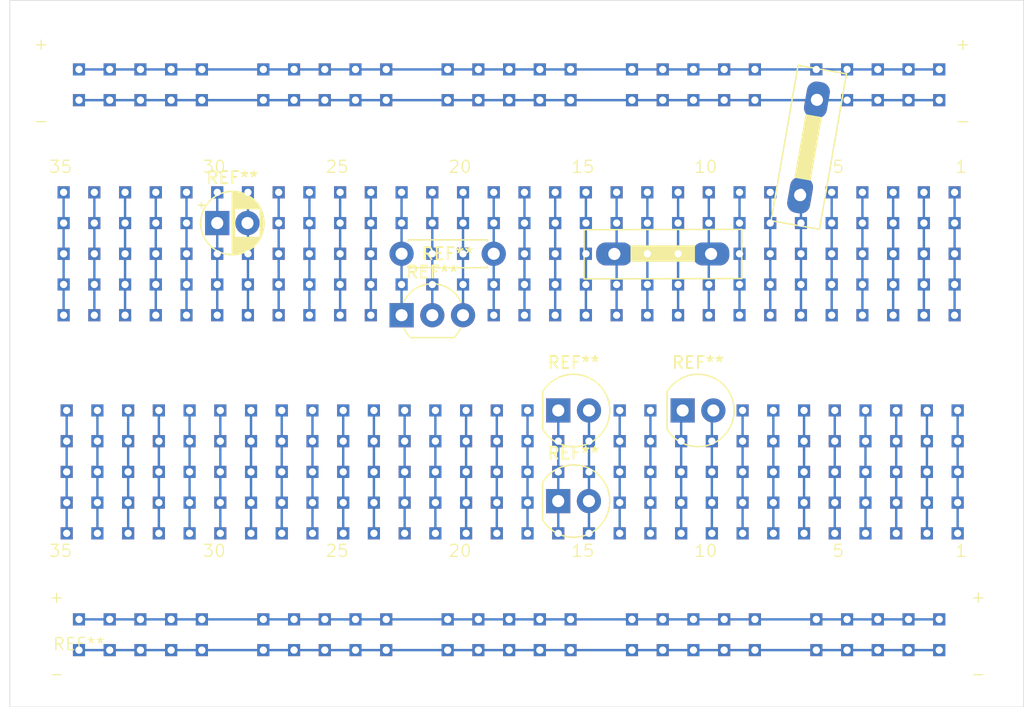
<source format=kicad_pcb>
(kicad_pcb (version 20240108) (generator "pcbnew") (generator_version "8.0")
  (layers (0 "F.Cu" signal) (31 "B.Cu" signal) (34 "B.Paste" user) (35 "F.Paste" user) (36 "B.SilkS" user "B.Silkscreen") (37 "F.SilkS" user "F.Silkscreen") (38 "B.Mask" user) (39 "F.Mask" user) (44 "Edge.Cuts" user))
  (net 0 "")
  (footprint "Breadboarding:Jumper-Wire_8mm_Blue" (layer "F.Cu") (at 167.194623 120.030271 180)
    (property "Reference" "REF**" (hide yes))
    (property "Value" "Jumper-Wire_8mm_Blue")
    (pad "1" thru_hole roundrect (at 0 0 180) (size 3 1.9) (drill 1) (layers "B.Cu") (roundrect_rratio 0.421))
    (pad "2" thru_hole roundrect (at 8 0 180) (size 3 1.9) (drill 1) (layers "B.Cu") (roundrect_rratio 0.421))
  )
  (footprint "EZ_TEJ_Library:R_Axial_DIN0207_L6.3mm_D2.5mm_P7.62mm_Horizontal" (layer "F.Cu") (at 149.225 120.015 180)
    (property "Reference" "REF**" (at 3.81 0 0) (layer "F.SilkS"))
    (property "Value" "R_Axial_DIN0207_L6.3mm_D2.5mm_P7.62mm_Horizontal" (hide yes))
    (pad "1" thru_hole circle (at 0 0 180) (size 2 2) (drill 1) (layers "*.Cu" "*.Mask"))
    (pad "2" thru_hole circle (at 7.62 0 180) (size 2 2) (drill 1) (layers "*.Cu" "*.Mask"))
  )
  (footprint "EZ_TEJ_Library:CP_Radial_D5.0mm_P2.50mm" (layer "F.Cu") (at 126.365 117.475)
    (property "Reference" "REF**" (at 1.25 -3.75 0) (layer "F.SilkS"))
    (property "Value" "CP_Radial_D5.0mm_P2.50mm")
    (pad "1" thru_hole rect (at 0 0) (size 2 2) (drill 1) (layers "*.Cu" "*.Mask"))
    (pad "2" thru_hole circle (at 2.5 0) (size 2 2) (drill 1) (layers "*.Cu" "*.Mask"))
  )
  (footprint "EZ_TEJ_Library:TO-92_Inline_Wide" (layer "F.Cu") (at 141.605 125.095)
    (property "Reference" "REF**" (at 2.54 -3.56 0) (layer "F.SilkS"))
    (property "Value" "TO-92_Inline_Wide")
    (pad "1" thru_hole rect (at 0 0) (size 2 2) (drill 1) (layers "*.Cu" "*.Mask"))
    (pad "2" thru_hole circle (at 2.54 0) (size 2 2) (drill 1) (layers "*.Cu" "*.Mask"))
    (pad "3" thru_hole circle (at 5.08 0) (size 2 2) (drill 1) (layers "*.Cu" "*.Mask"))
  )
  (footprint "EZ_TEJ_Library:LED_D5.0mm" (layer "F.Cu") (at 164.841 132.969)
    (property "Reference" "REF**" (at 1.27 -3.96 0) (layer "F.SilkS"))
    (property "Value" "LED_D5.0mm")
    (pad "1" thru_hole rect (at 0 0) (size 2 2) (drill 1) (layers "*.Cu" "*.Mask"))
    (pad "2" thru_hole circle (at 2.54 0) (size 2 2) (drill 1) (layers "*.Cu" "*.Mask"))
  )
  (footprint "EZ_TEJ_Library:LED_D5.0mm" (layer "F.Cu") (at 154.559 132.969)
    (property "Reference" "REF**" (at 1.27 -3.96 0) (layer "F.SilkS"))
    (property "Value" "LED_D5.0mm")
    (pad "1" thru_hole rect (at 0 0) (size 2 2) (drill 1) (layers "*.Cu" "*.Mask"))
    (pad "2" thru_hole circle (at 2.54 0) (size 2 2) (drill 1) (layers "*.Cu" "*.Mask"))
  )
  (footprint "EZ_TEJ_Library:LED_D5.0mm" (layer "F.Cu") (at 154.554 140.462)
    (property "Reference" "REF**" (at 1.27 -3.96 0) (layer "F.SilkS"))
    (property "Value" "LED_D5.0mm")
    (pad "1" thru_hole rect (at 0 0) (size 2 2) (drill 1) (layers "*.Cu" "*.Mask"))
    (pad "2" thru_hole circle (at 2.54 0) (size 2 2) (drill 1) (layers "*.Cu" "*.Mask"))
  )
  (footprint "Breadboarding:Jumper-Wire_8mm_Blue" (layer "F.Cu") (at 175.944166 107.290392 -100)
    (property "Reference" "REF**" (hide yes))
    (property "Value" "Jumper-Wire_8mm_Blue")
    (pad "1" thru_hole roundrect (at 0 0 260) (size 3 1.9) (drill 1) (layers "B.Cu") (roundrect_rratio 0.421))
    (pad "2" thru_hole roundrect (at 8 0.000001 260) (size 3 1.9) (drill 1) (layers "B.Cu") (roundrect_rratio 0.421))
  )
  (footprint "Breadboarding:Half-Breadboard" (layer "F.Cu") (at 114.935 152.781)
    (property "Reference" "REF**" (at 0 -0.5 0) (layer "F.SilkS") (effects (font (thickness 0.1))))
    (property "Value" "Half-Breadboard")
    (fp_text user "20" (at 30.48 -39.37 0) (layer "F.SilkS") (effects (font (thickness 0.1)) (justify left bottom)))
    (fp_text user "30" (at 10.16 -39.37 0) (layer "F.SilkS") (effects (font (thickness 0.1)) (justify left bottom)))
    (fp_text user "+" (at -3.81 -49.53 0) (layer "F.SilkS") (effects (font (thickness 0.1)) (justify left bottom)))
    (fp_text user "-" (at 73.66 2.54 0) (layer "F.SilkS") (effects (font (thickness 0.1)) (justify left bottom)))
    (fp_text user "-" (at 72.39 -43.18 0) (layer "F.SilkS") (effects (font (thickness 0.1)) (justify left bottom)))
    (fp_text user "-" (at -3.81 -43.18 0) (layer "F.SilkS") (effects (font (thickness 0.1)) (justify left bottom)))
    (fp_text user "5" (at 62.23 -7.62 0) (layer "F.SilkS") (effects (font (thickness 0.1)) (justify left bottom)))
    (fp_text user "35" (at -2.54 -7.62 0) (layer "F.SilkS") (effects (font (thickness 0.1)) (justify left bottom)))
    (fp_text user "10" (at 50.8 -7.62 0) (layer "F.SilkS") (effects (font (thickness 0.1)) (justify left bottom)))
    (fp_text user "+" (at 73.66 -3.81 0) (layer "F.SilkS") (effects (font (thickness 0.1)) (justify left bottom)))
    (fp_text user "20" (at 30.48 -7.62 0) (layer "F.SilkS") (effects (font (thickness 0.1)) (justify left bottom)))
    (fp_text user "35" (at -2.54 -39.37 0) (layer "F.SilkS") (effects (font (thickness 0.1)) (justify left bottom)))
    (fp_text user "25" (at 20.32 -7.62 0) (layer "F.SilkS") (effects (font (thickness 0.1)) (justify left bottom)))
    (fp_text user "10" (at 50.8 -39.37 0) (layer "F.SilkS") (effects (font (thickness 0.1)) (justify left bottom)))
    (fp_text user "+" (at -2.54 -3.81 0) (layer "F.SilkS") (effects (font (thickness 0.1)) (justify left bottom)))
    (fp_text user "1" (at 72.39 -39.37 0) (layer "F.SilkS") (effects (font (thickness 0.1)) (justify left bottom)))
    (fp_text user "25" (at 20.32 -39.37 0) (layer "F.SilkS") (effects (font (thickness 0.1)) (justify left bottom)))
    (fp_text user "15" (at 40.64 -39.37 0) (layer "F.SilkS") (effects (font (thickness 0.1)) (justify left bottom)))
    (fp_text user "5" (at 62.23 -39.37 0) (layer "F.SilkS") (effects (font (thickness 0.1)) (justify left bottom)))
    (fp_text user "-" (at -2.54 2.54 0) (layer "F.SilkS") (effects (font (thickness 0.1)) (justify left bottom)))
    (fp_text user "1" (at 72.39 -7.62 0) (layer "F.SilkS") (effects (font (thickness 0.1)) (justify left bottom)))
    (fp_text user "15" (at 40.64 -7.62 0) (layer "F.SilkS") (effects (font (thickness 0.1)) (justify left bottom)))
    (fp_text user "30" (at 10.16 -7.62 0) (layer "F.SilkS") (effects (font (thickness 0.1)) (justify left bottom)))
    (fp_text user "+" (at 72.39 -49.53 0) (layer "F.SilkS") (effects (font (thickness 0.1)) (justify left bottom)))
    (pad "5" thru_hole rect (at -1.27 -37.846 270) (size 1 1) (drill 0.6) (layers "*.Cu" "*.Mask"))
    (pad "5" thru_hole rect (at -1.016 -9.652 90) (size 1 1) (drill 0.6) (layers "*.Cu" "*.Mask"))
    (pad "5" thru_hole rect (at 0 -2.54) (size 1 1) (drill 0.6) (layers "*.Cu" "*.Mask"))
    (pad "5" thru_hole rect (at 0 0) (size 1 1) (drill 0.6) (layers "*.Cu" "*.Mask"))
    (pad "5" thru_hole rect (at 1.27 -37.846 270) (size 1 1) (drill 0.6) (layers "*.Cu" "*.Mask"))
    (pad "5" thru_hole rect (at 1.524 -9.652 90) (size 1 1) (drill 0.6) (layers "*.Cu" "*.Mask"))
    (pad "5" thru_hole rect (at 3.81 -37.846 270) (size 1 1) (drill 0.6) (layers "*.Cu" "*.Mask"))
    (pad "5" thru_hole rect (at 4.064 -9.652 90) (size 1 1) (drill 0.6) (layers "*.Cu" "*.Mask"))
    (pad "5" thru_hole rect (at 6.35 -37.846 270) (size 1 1) (drill 0.6) (layers "*.Cu" "*.Mask"))
    (pad "5" thru_hole rect (at 6.604 -9.652 90) (size 1 1) (drill 0.6) (layers "*.Cu" "*.Mask"))
    (pad "5" thru_hole rect (at 8.89 -37.846 270) (size 1 1) (drill 0.6) (layers "*.Cu" "*.Mask"))
    (pad "5" thru_hole rect (at 9.144 -9.652 90) (size 1 1) (drill 0.6) (layers "*.Cu" "*.Mask"))
    (pad "5" thru_hole rect (at 10.16 -48.006 180) (size 1 1) (drill 0.6) (layers "*.Cu" "*.Mask"))
    (pad "5" thru_hole rect (at 10.16 -45.466 180) (size 1 1) (drill 0.6) (layers "*.Cu" "*.Mask"))
    (pad "5" thru_hole rect (at 11.43 -37.846 270) (size 1 1) (drill 0.6) (layers "*.Cu" "*.Mask"))
    (pad "5" thru_hole rect (at 11.684 -9.652 90) (size 1 1) (drill 0.6) (layers "*.Cu" "*.Mask"))
    (pad "5" thru_hole rect (at 13.97 -37.846 270) (size 1 1) (drill 0.6) (layers "*.Cu" "*.Mask"))
    (pad "5" thru_hole rect (at 14.224 -9.652 90) (size 1 1) (drill 0.6) (layers "*.Cu" "*.Mask"))
    (pad "5" thru_hole rect (at 15.24 -2.54) (size 1 1) (drill 0.6) (layers "*.Cu" "*.Mask"))
    (pad "5" thru_hole rect (at 15.24 0) (size 1 1) (drill 0.6) (layers "*.Cu" "*.Mask"))
    (pad "5" thru_hole rect (at 16.51 -37.846 270) (size 1 1) (drill 0.6) (layers "*.Cu" "*.Mask"))
    (pad "5" thru_hole rect (at 16.764 -9.652 90) (size 1 1) (drill 0.6) (layers "*.Cu" "*.Mask"))
    (pad "5" thru_hole rect (at 19.05 -37.846 270) (size 1 1) (drill 0.6) (layers "*.Cu" "*.Mask"))
    (pad "5" thru_hole rect (at 19.304 -9.652 90) (size 1 1) (drill 0.6) (layers "*.Cu" "*.Mask"))
    (pad "5" thru_hole rect (at 21.59 -37.846 270) (size 1 1) (drill 0.6) (layers "*.Cu" "*.Mask"))
    (pad "5" thru_hole rect (at 21.844 -9.652 90) (size 1 1) (drill 0.6) (layers "*.Cu" "*.Mask"))
    (pad "5" thru_hole rect (at 24.13 -37.846 270) (size 1 1) (drill 0.6) (layers "*.Cu" "*.Mask"))
    (pad "5" thru_hole rect (at 24.384 -9.652 90) (size 1 1) (drill 0.6) (layers "*.Cu" "*.Mask"))
    (pad "5" thru_hole rect (at 25.4 -48.006 180) (size 1 1) (drill 0.6) (layers "*.Cu" "*.Mask"))
    (pad "5" thru_hole rect (at 25.4 -45.466 180) (size 1 1) (drill 0.6) (layers "*.Cu" "*.Mask"))
    (pad "5" thru_hole rect (at 26.67 -37.846 270) (size 1 1) (drill 0.6) (layers "*.Cu" "*.Mask"))
    (pad "5" thru_hole rect (at 26.924 -9.652 90) (size 1 1) (drill 0.6) (layers "*.Cu" "*.Mask"))
    (pad "5" thru_hole rect (at 29.21 -37.846 270) (size 1 1) (drill 0.6) (layers "*.Cu" "*.Mask"))
    (pad "5" thru_hole rect (at 29.464 -9.652 90) (size 1 1) (drill 0.6) (layers "*.Cu" "*.Mask"))
    (pad "5" thru_hole rect (at 30.48 -2.54) (size 1 1) (drill 0.6) (layers "*.Cu" "*.Mask"))
    (pad "5" thru_hole rect (at 30.48 0) (size 1 1) (drill 0.6) (layers "*.Cu" "*.Mask"))
    (pad "5" thru_hole rect (at 31.75 -37.846 270) (size 1 1) (drill 0.6) (layers "*.Cu" "*.Mask"))
    (pad "5" thru_hole rect (at 32.004 -9.652 90) (size 1 1) (drill 0.6) (layers "*.Cu" "*.Mask"))
    (pad "5" thru_hole rect (at 34.29 -37.846 270) (size 1 1) (drill 0.6) (layers "*.Cu" "*.Mask"))
    (pad "5" thru_hole rect (at 34.544 -9.652 90) (size 1 1) (drill 0.6) (layers "*.Cu" "*.Mask"))
    (pad "5" thru_hole rect (at 36.83 -37.846 270) (size 1 1) (drill 0.6) (layers "*.Cu" "*.Mask"))
    (pad "5" thru_hole rect (at 37.084 -9.652 90) (size 1 1) (drill 0.6) (layers "*.Cu" "*.Mask"))
    (pad "5" thru_hole rect (at 39.37 -37.846 270) (size 1 1) (drill 0.6) (layers "*.Cu" "*.Mask"))
    (pad "5" thru_hole rect (at 39.624 -9.652 90) (size 1 1) (drill 0.6) (layers "*.Cu" "*.Mask"))
    (pad "5" thru_hole rect (at 40.64 -48.006 180) (size 1 1) (drill 0.6) (layers "*.Cu" "*.Mask"))
    (pad "5" thru_hole rect (at 40.64 -45.466 180) (size 1 1) (drill 0.6) (layers "*.Cu" "*.Mask"))
    (pad "5" thru_hole rect (at 41.91 -37.846 270) (size 1 1) (drill 0.6) (layers "*.Cu" "*.Mask"))
    (pad "5" thru_hole rect (at 42.164 -9.652 90) (size 1 1) (drill 0.6) (layers "*.Cu" "*.Mask"))
    (pad "5" thru_hole rect (at 44.45 -37.846 270) (size 1 1) (drill 0.6) (layers "*.Cu" "*.Mask"))
    (pad "5" thru_hole rect (at 44.704 -9.652 90) (size 1 1) (drill 0.6) (layers "*.Cu" "*.Mask"))
    (pad "5" thru_hole rect (at 45.72 -2.54) (size 1 1) (drill 0.6) (layers "*.Cu" "*.Mask"))
    (pad "5" thru_hole rect (at 45.72 0) (size 1 1) (drill 0.6) (layers "*.Cu" "*.Mask"))
    (pad "5" thru_hole rect (at 46.99 -37.846 270) (size 1 1) (drill 0.6) (layers "*.Cu" "*.Mask"))
    (pad "5" thru_hole rect (at 47.244 -9.652 90) (size 1 1) (drill 0.6) (layers "*.Cu" "*.Mask"))
    (pad "5" thru_hole rect (at 49.53 -37.846 270) (size 1 1) (drill 0.6) (layers "*.Cu" "*.Mask"))
    (pad "5" thru_hole rect (at 49.784 -9.652 90) (size 1 1) (drill 0.6) (layers "*.Cu" "*.Mask"))
    (pad "5" thru_hole rect (at 52.07 -37.846 270) (size 1 1) (drill 0.6) (layers "*.Cu" "*.Mask"))
    (pad "5" thru_hole rect (at 52.324 -9.652 90) (size 1 1) (drill 0.6) (layers "*.Cu" "*.Mask"))
    (pad "5" thru_hole rect (at 54.61 -37.846 270) (size 1 1) (drill 0.6) (layers "*.Cu" "*.Mask"))
    (pad "5" thru_hole rect (at 54.864 -9.652 90) (size 1 1) (drill 0.6) (layers "*.Cu" "*.Mask"))
    (pad "5" thru_hole rect (at 55.88 -48.006 180) (size 1 1) (drill 0.6) (layers "*.Cu" "*.Mask"))
    (pad "5" thru_hole rect (at 55.88 -45.466 180) (size 1 1) (drill 0.6) (layers "*.Cu" "*.Mask"))
    (pad "5" thru_hole rect (at 57.15 -37.846 270) (size 1 1) (drill 0.6) (layers "*.Cu" "*.Mask"))
    (pad "5" thru_hole rect (at 57.404 -9.652 90) (size 1 1) (drill 0.6) (layers "*.Cu" "*.Mask"))
    (pad "5" thru_hole rect (at 59.69 -37.846 270) (size 1 1) (drill 0.6) (layers "*.Cu" "*.Mask"))
    (pad "5" thru_hole rect (at 59.944 -9.652 90) (size 1 1) (drill 0.6) (layers "*.Cu" "*.Mask"))
    (pad "5" thru_hole rect (at 60.96 -2.54) (size 1 1) (drill 0.6) (layers "*.Cu" "*.Mask"))
    (pad "5" thru_hole rect (at 60.96 0) (size 1 1) (drill 0.6) (layers "*.Cu" "*.Mask"))
    (pad "5" thru_hole rect (at 62.23 -37.846 270) (size 1 1) (drill 0.6) (layers "*.Cu" "*.Mask"))
    (pad "5" thru_hole rect (at 62.484 -9.652 90) (size 1 1) (drill 0.6) (layers "*.Cu" "*.Mask"))
    (pad "5" thru_hole rect (at 64.77 -37.846 270) (size 1 1) (drill 0.6) (layers "*.Cu" "*.Mask"))
    (pad "5" thru_hole rect (at 65.024 -9.652 90) (size 1 1) (drill 0.6) (layers "*.Cu" "*.Mask"))
    (pad "5" thru_hole rect (at 67.31 -37.846 270) (size 1 1) (drill 0.6) (layers "*.Cu" "*.Mask"))
    (pad "5" thru_hole rect (at 67.564 -9.652 90) (size 1 1) (drill 0.6) (layers "*.Cu" "*.Mask"))
    (pad "5" thru_hole rect (at 69.85 -37.846 270) (size 1 1) (drill 0.6) (layers "*.Cu" "*.Mask"))
    (pad "5" thru_hole rect (at 70.104 -9.652 90) (size 1 1) (drill 0.6) (layers "*.Cu" "*.Mask"))
    (pad "5" thru_hole rect (at 71.12 -48.006 180) (size 1 1) (drill 0.6) (layers "*.Cu" "*.Mask"))
    (pad "5" thru_hole rect (at 71.12 -45.466 180) (size 1 1) (drill 0.6) (layers "*.Cu" "*.Mask"))
    (pad "5" thru_hole rect (at 72.39 -37.846 270) (size 1 1) (drill 0.6) (layers "*.Cu" "*.Mask"))
    (pad "5" thru_hole rect (at 72.644 -9.652 90) (size 1 1) (drill 0.6) (layers "*.Cu" "*.Mask"))
    (pad "6" thru_hole rect (at -1.27 -35.306 270) (size 1 1) (drill 0.6) (layers "*.Cu" "*.Mask"))
    (pad "6" thru_hole rect (at -1.016 -12.192 90) (size 1 1) (drill 0.6) (layers "*.Cu" "*.Mask"))
    (pad "6" thru_hole rect (at 1.27 -35.306 270) (size 1 1) (drill 0.6) (layers "*.Cu" "*.Mask"))
    (pad "6" thru_hole rect (at 1.524 -12.192 90) (size 1 1) (drill 0.6) (layers "*.Cu" "*.Mask"))
    (pad "6" thru_hole rect (at 2.54 -2.54) (size 1 1) (drill 0.6) (layers "*.Cu" "*.Mask"))
    (pad "6" thru_hole rect (at 2.54 0) (size 1 1) (drill 0.6) (layers "*.Cu" "*.Mask"))
    (pad "6" thru_hole rect (at 3.81 -35.306 270) (size 1 1) (drill 0.6) (layers "*.Cu" "*.Mask"))
    (pad "6" thru_hole rect (at 4.064 -12.192 90) (size 1 1) (drill 0.6) (layers "*.Cu" "*.Mask"))
    (pad "6" thru_hole rect (at 6.35 -35.306 270) (size 1 1) (drill 0.6) (layers "*.Cu" "*.Mask"))
    (pad "6" thru_hole rect (at 6.604 -12.192 90) (size 1 1) (drill 0.6) (layers "*.Cu" "*.Mask"))
    (pad "6" thru_hole rect (at 7.62 -48.006 180) (size 1 1) (drill 0.6) (layers "*.Cu" "*.Mask"))
    (pad "6" thru_hole rect (at 7.62 -45.466 180) (size 1 1) (drill 0.6) (layers "*.Cu" "*.Mask"))
    (pad "6" thru_hole rect (at 8.89 -35.306 270) (size 1 1) (drill 0.6) (layers "*.Cu" "*.Mask"))
    (pad "6" thru_hole rect (at 9.144 -12.192 90) (size 1 1) (drill 0.6) (layers "*.Cu" "*.Mask"))
    (pad "6" thru_hole rect (at 11.43 -35.306 270) (size 1 1) (drill 0.6) (layers "*.Cu" "*.Mask"))
    (pad "6" thru_hole rect (at 11.684 -12.192 90) (size 1 1) (drill 0.6) (layers "*.Cu" "*.Mask"))
    (pad "6" thru_hole rect (at 13.97 -35.306 270) (size 1 1) (drill 0.6) (layers "*.Cu" "*.Mask"))
    (pad "6" thru_hole rect (at 14.224 -12.192 90) (size 1 1) (drill 0.6) (layers "*.Cu" "*.Mask"))
    (pad "6" thru_hole rect (at 16.51 -35.306 270) (size 1 1) (drill 0.6) (layers "*.Cu" "*.Mask"))
    (pad "6" thru_hole rect (at 16.764 -12.192 90) (size 1 1) (drill 0.6) (layers "*.Cu" "*.Mask"))
    (pad "6" thru_hole rect (at 17.78 -2.54) (size 1 1) (drill 0.6) (layers "*.Cu" "*.Mask"))
    (pad "6" thru_hole rect (at 17.78 0) (size 1 1) (drill 0.6) (layers "*.Cu" "*.Mask"))
    (pad "6" thru_hole rect (at 19.05 -35.306 270) (size 1 1) (drill 0.6) (layers "*.Cu" "*.Mask"))
    (pad "6" thru_hole rect (at 19.304 -12.192 90) (size 1 1) (drill 0.6) (layers "*.Cu" "*.Mask"))
    (pad "6" thru_hole rect (at 21.59 -35.306 270) (size 1 1) (drill 0.6) (layers "*.Cu" "*.Mask"))
    (pad "6" thru_hole rect (at 21.844 -12.192 90) (size 1 1) (drill 0.6) (layers "*.Cu" "*.Mask"))
    (pad "6" thru_hole rect (at 22.86 -48.006 180) (size 1 1) (drill 0.6) (layers "*.Cu" "*.Mask"))
    (pad "6" thru_hole rect (at 22.86 -45.466 180) (size 1 1) (drill 0.6) (layers "*.Cu" "*.Mask"))
    (pad "6" thru_hole rect (at 24.13 -35.306 270) (size 1 1) (drill 0.6) (layers "*.Cu" "*.Mask"))
    (pad "6" thru_hole rect (at 24.384 -12.192 90) (size 1 1) (drill 0.6) (layers "*.Cu" "*.Mask"))
    (pad "6" thru_hole rect (at 26.67 -35.306 270) (size 1 1) (drill 0.6) (layers "*.Cu" "*.Mask"))
    (pad "6" thru_hole rect (at 26.924 -12.192 90) (size 1 1) (drill 0.6) (layers "*.Cu" "*.Mask"))
    (pad "6" thru_hole rect (at 29.21 -35.306 270) (size 1 1) (drill 0.6) (layers "*.Cu" "*.Mask"))
    (pad "6" thru_hole rect (at 29.464 -12.192 90) (size 1 1) (drill 0.6) (layers "*.Cu" "*.Mask"))
    (pad "6" thru_hole rect (at 31.75 -35.306 270) (size 1 1) (drill 0.6) (layers "*.Cu" "*.Mask"))
    (pad "6" thru_hole rect (at 32.004 -12.192 90) (size 1 1) (drill 0.6) (layers "*.Cu" "*.Mask"))
    (pad "6" thru_hole rect (at 33.02 -2.54) (size 1 1) (drill 0.6) (layers "*.Cu" "*.Mask"))
    (pad "6" thru_hole rect (at 33.02 0) (size 1 1) (drill 0.6) (layers "*.Cu" "*.Mask"))
    (pad "6" thru_hole rect (at 34.29 -35.306 270) (size 1 1) (drill 0.6) (layers "*.Cu" "*.Mask"))
    (pad "6" thru_hole rect (at 34.544 -12.192 90) (size 1 1) (drill 0.6) (layers "*.Cu" "*.Mask"))
    (pad "6" thru_hole rect (at 36.83 -35.306 270) (size 1 1) (drill 0.6) (layers "*.Cu" "*.Mask"))
    (pad "6" thru_hole rect (at 37.084 -12.192 90) (size 1 1) (drill 0.6) (layers "*.Cu" "*.Mask"))
    (pad "6" thru_hole rect (at 38.1 -48.006 180) (size 1 1) (drill 0.6) (layers "*.Cu" "*.Mask"))
    (pad "6" thru_hole rect (at 38.1 -45.466 180) (size 1 1) (drill 0.6) (layers "*.Cu" "*.Mask"))
    (pad "6" thru_hole rect (at 39.37 -35.306 270) (size 1 1) (drill 0.6) (layers "*.Cu" "*.Mask"))
    (pad "6" thru_hole rect (at 39.624 -12.192 90) (size 1 1) (drill 0.6) (layers "*.Cu" "*.Mask"))
    (pad "6" thru_hole rect (at 41.91 -35.306 270) (size 1 1) (drill 0.6) (layers "*.Cu" "*.Mask"))
    (pad "6" thru_hole rect (at 42.164 -12.192 90) (size 1 1) (drill 0.6) (layers "*.Cu" "*.Mask"))
    (pad "6" thru_hole rect (at 44.45 -35.306 270) (size 1 1) (drill 0.6) (layers "*.Cu" "*.Mask"))
    (pad "6" thru_hole rect (at 44.704 -12.192 90) (size 1 1) (drill 0.6) (layers "*.Cu" "*.Mask"))
    (pad "6" thru_hole rect (at 46.99 -35.306 270) (size 1 1) (drill 0.6) (layers "*.Cu" "*.Mask"))
    (pad "6" thru_hole rect (at 47.244 -12.192 90) (size 1 1) (drill 0.6) (layers "*.Cu" "*.Mask"))
    (pad "6" thru_hole rect (at 48.26 -2.54) (size 1 1) (drill 0.6) (layers "*.Cu" "*.Mask"))
    (pad "6" thru_hole rect (at 48.26 0) (size 1 1) (drill 0.6) (layers "*.Cu" "*.Mask"))
    (pad "6" thru_hole rect (at 49.53 -35.306 270) (size 1 1) (drill 0.6) (layers "*.Cu" "*.Mask"))
    (pad "6" thru_hole rect (at 49.784 -12.192 90) (size 1 1) (drill 0.6) (layers "*.Cu" "*.Mask"))
    (pad "6" thru_hole rect (at 52.07 -35.306 270) (size 1 1) (drill 0.6) (layers "*.Cu" "*.Mask"))
    (pad "6" thru_hole rect (at 52.324 -12.192 90) (size 1 1) (drill 0.6) (layers "*.Cu" "*.Mask"))
    (pad "6" thru_hole rect (at 53.34 -48.006 180) (size 1 1) (drill 0.6) (layers "*.Cu" "*.Mask"))
    (pad "6" thru_hole rect (at 53.34 -45.466 180) (size 1 1) (drill 0.6) (layers "*.Cu" "*.Mask"))
    (pad "6" thru_hole rect (at 54.61 -35.306 270) (size 1 1) (drill 0.6) (layers "*.Cu" "*.Mask"))
    (pad "6" thru_hole rect (at 54.864 -12.192 90) (size 1 1) (drill 0.6) (layers "*.Cu" "*.Mask"))
    (pad "6" thru_hole rect (at 57.15 -35.306 270) (size 1 1) (drill 0.6) (layers "*.Cu" "*.Mask"))
    (pad "6" thru_hole rect (at 57.404 -12.192 90) (size 1 1) (drill 0.6) (layers "*.Cu" "*.Mask"))
    (pad "6" thru_hole rect (at 59.69 -35.306 270) (size 1 1) (drill 0.6) (layers "*.Cu" "*.Mask"))
    (pad "6" thru_hole rect (at 59.944 -12.192 90) (size 1 1) (drill 0.6) (layers "*.Cu" "*.Mask"))
    (pad "6" thru_hole rect (at 62.23 -35.306 270) (size 1 1) (drill 0.6) (layers "*.Cu" "*.Mask"))
    (pad "6" thru_hole rect (at 62.484 -12.192 90) (size 1 1) (drill 0.6) (layers "*.Cu" "*.Mask"))
    (pad "6" thru_hole rect (at 63.5 -2.54) (size 1 1) (drill 0.6) (layers "*.Cu" "*.Mask"))
    (pad "6" thru_hole rect (at 63.5 0) (size 1 1) (drill 0.6) (layers "*.Cu" "*.Mask"))
    (pad "6" thru_hole rect (at 64.77 -35.306 270) (size 1 1) (drill 0.6) (layers "*.Cu" "*.Mask"))
    (pad "6" thru_hole rect (at 65.024 -12.192 90) (size 1 1) (drill 0.6) (layers "*.Cu" "*.Mask"))
    (pad "6" thru_hole rect (at 67.31 -35.306 270) (size 1 1) (drill 0.6) (layers "*.Cu" "*.Mask"))
    (pad "6" thru_hole rect (at 67.564 -12.192 90) (size 1 1) (drill 0.6) (layers "*.Cu" "*.Mask"))
    (pad "6" thru_hole rect (at 68.58 -48.006 180) (size 1 1) (drill 0.6) (layers "*.Cu" "*.Mask"))
    (pad "6" thru_hole rect (at 68.58 -45.466 180) (size 1 1) (drill 0.6) (layers "*.Cu" "*.Mask"))
    (pad "6" thru_hole rect (at 69.85 -35.306 270) (size 1 1) (drill 0.6) (layers "*.Cu" "*.Mask"))
    (pad "6" thru_hole rect (at 70.104 -12.192 90) (size 1 1) (drill 0.6) (layers "*.Cu" "*.Mask"))
    (pad "6" thru_hole rect (at 72.39 -35.306 270) (size 1 1) (drill 0.6) (layers "*.Cu" "*.Mask"))
    (pad "6" thru_hole rect (at 72.644 -12.192 90) (size 1 1) (drill 0.6) (layers "*.Cu" "*.Mask"))
    (pad "7" thru_hole rect (at -1.27 -32.766 270) (size 1 1) (drill 0.6) (layers "*.Cu" "*.Mask"))
    (pad "7" thru_hole rect (at -1.016 -14.732 90) (size 1 1) (drill 0.6) (layers "*.Cu" "*.Mask"))
    (pad "7" thru_hole rect (at 1.27 -32.766 270) (size 1 1) (drill 0.6) (layers "*.Cu" "*.Mask"))
    (pad "7" thru_hole rect (at 1.524 -14.732 90) (size 1 1) (drill 0.6) (layers "*.Cu" "*.Mask"))
    (pad "7" thru_hole rect (at 3.81 -32.766 270) (size 1 1) (drill 0.6) (layers "*.Cu" "*.Mask"))
    (pad "7" thru_hole rect (at 4.064 -14.732 90) (size 1 1) (drill 0.6) (layers "*.Cu" "*.Mask"))
    (pad "7" thru_hole rect (at 5.08 -48.006 180) (size 1 1) (drill 0.6) (layers "*.Cu" "*.Mask"))
    (pad "7" thru_hole rect (at 5.08 -45.466 180) (size 1 1) (drill 0.6) (layers "*.Cu" "*.Mask"))
    (pad "7" thru_hole rect (at 5.08 -2.54) (size 1 1) (drill 0.6) (layers "*.Cu" "*.Mask"))
    (pad "7" thru_hole rect (at 5.08 0) (size 1 1) (drill 0.6) (layers "*.Cu" "*.Mask"))
    (pad "7" thru_hole rect (at 6.35 -32.766 270) (size 1 1) (drill 0.6) (layers "*.Cu" "*.Mask"))
    (pad "7" thru_hole rect (at 6.604 -14.732 90) (size 1 1) (drill 0.6) (layers "*.Cu" "*.Mask"))
    (pad "7" thru_hole rect (at 8.89 -32.766 270) (size 1 1) (drill 0.6) (layers "*.Cu" "*.Mask"))
    (pad "7" thru_hole rect (at 9.144 -14.732 90) (size 1 1) (drill 0.6) (layers "*.Cu" "*.Mask"))
    (pad "7" thru_hole rect (at 11.43 -32.766 270) (size 1 1) (drill 0.6) (layers "*.Cu" "*.Mask"))
    (pad "7" thru_hole rect (at 11.684 -14.732 90) (size 1 1) (drill 0.6) (layers "*.Cu" "*.Mask"))
    (pad "7" thru_hole rect (at 13.97 -32.766 270) (size 1 1) (drill 0.6) (layers "*.Cu" "*.Mask"))
    (pad "7" thru_hole rect (at 14.224 -14.732 90) (size 1 1) (drill 0.6) (layers "*.Cu" "*.Mask"))
    (pad "7" thru_hole rect (at 16.51 -32.766 270) (size 1 1) (drill 0.6) (layers "*.Cu" "*.Mask"))
    (pad "7" thru_hole rect (at 16.764 -14.732 90) (size 1 1) (drill 0.6) (layers "*.Cu" "*.Mask"))
    (pad "7" thru_hole rect (at 19.05 -32.766 270) (size 1 1) (drill 0.6) (layers "*.Cu" "*.Mask"))
    (pad "7" thru_hole rect (at 19.304 -14.732 90) (size 1 1) (drill 0.6) (layers "*.Cu" "*.Mask"))
    (pad "7" thru_hole rect (at 20.32 -48.006 180) (size 1 1) (drill 0.6) (layers "*.Cu" "*.Mask"))
    (pad "7" thru_hole rect (at 20.32 -45.466 180) (size 1 1) (drill 0.6) (layers "*.Cu" "*.Mask"))
    (pad "7" thru_hole rect (at 20.32 -2.54) (size 1 1) (drill 0.6) (layers "*.Cu" "*.Mask"))
    (pad "7" thru_hole rect (at 20.32 0) (size 1 1) (drill 0.6) (layers "*.Cu" "*.Mask"))
    (pad "7" thru_hole rect (at 21.59 -32.766 270) (size 1 1) (drill 0.6) (layers "*.Cu" "*.Mask"))
    (pad "7" thru_hole rect (at 21.844 -14.732 90) (size 1 1) (drill 0.6) (layers "*.Cu" "*.Mask"))
    (pad "7" thru_hole rect (at 24.13 -32.766 270) (size 1 1) (drill 0.6) (layers "*.Cu" "*.Mask"))
    (pad "7" thru_hole rect (at 24.384 -14.732 90) (size 1 1) (drill 0.6) (layers "*.Cu" "*.Mask"))
    (pad "7" thru_hole rect (at 26.67 -32.766 270) (size 1 1) (drill 0.6) (layers "*.Cu" "*.Mask"))
    (pad "7" thru_hole rect (at 26.924 -14.732 90) (size 1 1) (drill 0.6) (layers "*.Cu" "*.Mask"))
    (pad "7" thru_hole rect (at 29.21 -32.766 270) (size 1 1) (drill 0.6) (layers "*.Cu" "*.Mask"))
    (pad "7" thru_hole rect (at 29.464 -14.732 90) (size 1 1) (drill 0.6) (layers "*.Cu" "*.Mask"))
    (pad "7" thru_hole rect (at 31.75 -32.766 270) (size 1 1) (drill 0.6) (layers "*.Cu" "*.Mask"))
    (pad "7" thru_hole rect (at 32.004 -14.732 90) (size 1 1) (drill 0.6) (layers "*.Cu" "*.Mask"))
    (pad "7" thru_hole rect (at 34.29 -32.766 270) (size 1 1) (drill 0.6) (layers "*.Cu" "*.Mask"))
    (pad "7" thru_hole rect (at 34.544 -14.732 90) (size 1 1) (drill 0.6) (layers "*.Cu" "*.Mask"))
    (pad "7" thru_hole rect (at 35.56 -48.006 180) (size 1 1) (drill 0.6) (layers "*.Cu" "*.Mask"))
    (pad "7" thru_hole rect (at 35.56 -45.466 180) (size 1 1) (drill 0.6) (layers "*.Cu" "*.Mask"))
    (pad "7" thru_hole rect (at 35.56 -2.54) (size 1 1) (drill 0.6) (layers "*.Cu" "*.Mask"))
    (pad "7" thru_hole rect (at 35.56 0) (size 1 1) (drill 0.6) (layers "*.Cu" "*.Mask"))
    (pad "7" thru_hole rect (at 36.83 -32.766 270) (size 1 1) (drill 0.6) (layers "*.Cu" "*.Mask"))
    (pad "7" thru_hole rect (at 37.084 -14.732 90) (size 1 1) (drill 0.6) (layers "*.Cu" "*.Mask"))
    (pad "7" thru_hole rect (at 39.37 -32.766 270) (size 1 1) (drill 0.6) (layers "*.Cu" "*.Mask"))
    (pad "7" thru_hole rect (at 39.624 -14.732 90) (size 1 1) (drill 0.6) (layers "*.Cu" "*.Mask"))
    (pad "7" thru_hole rect (at 41.91 -32.766 270) (size 1 1) (drill 0.6) (layers "*.Cu" "*.Mask"))
    (pad "7" thru_hole rect (at 42.164 -14.732 90) (size 1 1) (drill 0.6) (layers "*.Cu" "*.Mask"))
    (pad "7" thru_hole rect (at 44.45 -32.766 270) (size 1 1) (drill 0.6) (layers "*.Cu" "*.Mask"))
    (pad "7" thru_hole rect (at 44.704 -14.732 90) (size 1 1) (drill 0.6) (layers "*.Cu" "*.Mask"))
    (pad "7" thru_hole rect (at 46.99 -32.766 270) (size 1 1) (drill 0.6) (layers "*.Cu" "*.Mask"))
    (pad "7" thru_hole rect (at 47.244 -14.732 90) (size 1 1) (drill 0.6) (layers "*.Cu" "*.Mask"))
    (pad "7" thru_hole rect (at 49.53 -32.766 270) (size 1 1) (drill 0.6) (layers "*.Cu" "*.Mask"))
    (pad "7" thru_hole rect (at 49.784 -14.732 90) (size 1 1) (drill 0.6) (layers "*.Cu" "*.Mask"))
    (pad "7" thru_hole rect (at 50.8 -48.006 180) (size 1 1) (drill 0.6) (layers "*.Cu" "*.Mask"))
    (pad "7" thru_hole rect (at 50.8 -45.466 180) (size 1 1) (drill 0.6) (layers "*.Cu" "*.Mask"))
    (pad "7" thru_hole rect (at 50.8 -2.54) (size 1 1) (drill 0.6) (layers "*.Cu" "*.Mask"))
    (pad "7" thru_hole rect (at 50.8 0) (size 1 1) (drill 0.6) (layers "*.Cu" "*.Mask"))
    (pad "7" thru_hole rect (at 52.07 -32.766 270) (size 1 1) (drill 0.6) (layers "*.Cu" "*.Mask"))
    (pad "7" thru_hole rect (at 52.324 -14.732 90) (size 1 1) (drill 0.6) (layers "*.Cu" "*.Mask"))
    (pad "7" thru_hole rect (at 54.61 -32.766 270) (size 1 1) (drill 0.6) (layers "*.Cu" "*.Mask"))
    (pad "7" thru_hole rect (at 54.864 -14.732 90) (size 1 1) (drill 0.6) (layers "*.Cu" "*.Mask"))
    (pad "7" thru_hole rect (at 57.15 -32.766 270) (size 1 1) (drill 0.6) (layers "*.Cu" "*.Mask"))
    (pad "7" thru_hole rect (at 57.404 -14.732 90) (size 1 1) (drill 0.6) (layers "*.Cu" "*.Mask"))
    (pad "7" thru_hole rect (at 59.69 -32.766 270) (size 1 1) (drill 0.6) (layers "*.Cu" "*.Mask"))
    (pad "7" thru_hole rect (at 59.944 -14.732 90) (size 1 1) (drill 0.6) (layers "*.Cu" "*.Mask"))
    (pad "7" thru_hole rect (at 62.23 -32.766 270) (size 1 1) (drill 0.6) (layers "*.Cu" "*.Mask"))
    (pad "7" thru_hole rect (at 62.484 -14.732 90) (size 1 1) (drill 0.6) (layers "*.Cu" "*.Mask"))
    (pad "7" thru_hole rect (at 64.77 -32.766 270) (size 1 1) (drill 0.6) (layers "*.Cu" "*.Mask"))
    (pad "7" thru_hole rect (at 65.024 -14.732 90) (size 1 1) (drill 0.6) (layers "*.Cu" "*.Mask"))
    (pad "7" thru_hole rect (at 66.04 -48.006 180) (size 1 1) (drill 0.6) (layers "*.Cu" "*.Mask"))
    (pad "7" thru_hole rect (at 66.04 -45.466 180) (size 1 1) (drill 0.6) (layers "*.Cu" "*.Mask"))
    (pad "7" thru_hole rect (at 66.04 -2.54) (size 1 1) (drill 0.6) (layers "*.Cu" "*.Mask"))
    (pad "7" thru_hole rect (at 66.04 0) (size 1 1) (drill 0.6) (layers "*.Cu" "*.Mask"))
    (pad "7" thru_hole rect (at 67.31 -32.766 270) (size 1 1) (drill 0.6) (layers "*.Cu" "*.Mask"))
    (pad "7" thru_hole rect (at 67.564 -14.732 90) (size 1 1) (drill 0.6) (layers "*.Cu" "*.Mask"))
    (pad "7" thru_hole rect (at 69.85 -32.766 270) (size 1 1) (drill 0.6) (layers "*.Cu" "*.Mask"))
    (pad "7" thru_hole rect (at 70.104 -14.732 90) (size 1 1) (drill 0.6) (layers "*.Cu" "*.Mask"))
    (pad "7" thru_hole rect (at 72.39 -32.766 270) (size 1 1) (drill 0.6) (layers "*.Cu" "*.Mask"))
    (pad "7" thru_hole rect (at 72.644 -14.732 90) (size 1 1) (drill 0.6) (layers "*.Cu" "*.Mask"))
    (pad "8" thru_hole rect (at -1.27 -30.226 270) (size 1 1) (drill 0.6) (layers "*.Cu" "*.Mask"))
    (pad "8" thru_hole rect (at -1.016 -17.272 90) (size 1 1) (drill 0.6) (layers "*.Cu" "*.Mask"))
    (pad "8" thru_hole rect (at 1.27 -30.226 270) (size 1 1) (drill 0.6) (layers "*.Cu" "*.Mask"))
    (pad "8" thru_hole rect (at 1.524 -17.272 90) (size 1 1) (drill 0.6) (layers "*.Cu" "*.Mask"))
    (pad "8" thru_hole rect (at 2.54 -48.006 180) (size 1 1) (drill 0.6) (layers "*.Cu" "*.Mask"))
    (pad "8" thru_hole rect (at 2.54 -45.466 180) (size 1 1) (drill 0.6) (layers "*.Cu" "*.Mask"))
    (pad "8" thru_hole rect (at 3.81 -30.226 270) (size 1 1) (drill 0.6) (layers "*.Cu" "*.Mask"))
    (pad "8" thru_hole rect (at 4.064 -17.272 90) (size 1 1) (drill 0.6) (layers "*.Cu" "*.Mask"))
    (pad "8" thru_hole rect (at 6.35 -30.226 270) (size 1 1) (drill 0.6) (layers "*.Cu" "*.Mask"))
    (pad "8" thru_hole rect (at 6.604 -17.272 90) (size 1 1) (drill 0.6) (layers "*.Cu" "*.Mask"))
    (pad "8" thru_hole rect (at 7.62 -2.54) (size 1 1) (drill 0.6) (layers "*.Cu" "*.Mask"))
    (pad "8" thru_hole rect (at 7.62 0) (size 1 1) (drill 0.6) (layers "*.Cu" "*.Mask"))
    (pad "8" thru_hole rect (at 8.89 -30.226 270) (size 1 1) (drill 0.6) (layers "*.Cu" "*.Mask"))
    (pad "8" thru_hole rect (at 9.144 -17.272 90) (size 1 1) (drill 0.6) (layers "*.Cu" "*.Mask"))
    (pad "8" thru_hole rect (at 11.43 -30.226 270) (size 1 1) (drill 0.6) (layers "*.Cu" "*.Mask"))
    (pad "8" thru_hole rect (at 11.684 -17.272 90) (size 1 1) (drill 0.6) (layers "*.Cu" "*.Mask"))
    (pad "8" thru_hole rect (at 13.97 -30.226 270) (size 1 1) (drill 0.6) (layers "*.Cu" "*.Mask"))
    (pad "8" thru_hole rect (at 14.224 -17.272 90) (size 1 1) (drill 0.6) (layers "*.Cu" "*.Mask"))
    (pad "8" thru_hole rect (at 16.51 -30.226 270) (size 1 1) (drill 0.6) (layers "*.Cu" "*.Mask"))
    (pad "8" thru_hole rect (at 16.764 -17.272 90) (size 1 1) (drill 0.6) (layers "*.Cu" "*.Mask"))
    (pad "8" thru_hole rect (at 17.78 -48.006 180) (size 1 1) (drill 0.6) (layers "*.Cu" "*.Mask"))
    (pad "8" thru_hole rect (at 17.78 -45.466 180) (size 1 1) (drill 0.6) (layers "*.Cu" "*.Mask"))
    (pad "8" thru_hole rect (at 19.05 -30.226 270) (size 1 1) (drill 0.6) (layers "*.Cu" "*.Mask"))
    (pad "8" thru_hole rect (at 19.304 -17.272 90) (size 1 1) (drill 0.6) (layers "*.Cu" "*.Mask"))
    (pad "8" thru_hole rect (at 21.59 -30.226 270) (size 1 1) (drill 0.6) (layers "*.Cu" "*.Mask"))
    (pad "8" thru_hole rect (at 21.844 -17.272 90) (size 1 1) (drill 0.6) (layers "*.Cu" "*.Mask"))
    (pad "8" thru_hole rect (at 22.86 -2.54) (size 1 1) (drill 0.6) (layers "*.Cu" "*.Mask"))
    (pad "8" thru_hole rect (at 22.86 0) (size 1 1) (drill 0.6) (layers "*.Cu" "*.Mask"))
    (pad "8" thru_hole rect (at 24.13 -30.226 270) (size 1 1) (drill 0.6) (layers "*.Cu" "*.Mask"))
    (pad "8" thru_hole rect (at 24.384 -17.272 90) (size 1 1) (drill 0.6) (layers "*.Cu" "*.Mask"))
    (pad "8" thru_hole rect (at 26.67 -30.226 270) (size 1 1) (drill 0.6) (layers "*.Cu" "*.Mask"))
    (pad "8" thru_hole rect (at 26.924 -17.272 90) (size 1 1) (drill 0.6) (layers "*.Cu" "*.Mask"))
    (pad "8" thru_hole rect (at 29.21 -30.226 270) (size 1 1) (drill 0.6) (layers "*.Cu" "*.Mask"))
    (pad "8" thru_hole rect (at 29.464 -17.272 90) (size 1 1) (drill 0.6) (layers "*.Cu" "*.Mask"))
    (pad "8" thru_hole rect (at 31.75 -30.226 270) (size 1 1) (drill 0.6) (layers "*.Cu" "*.Mask"))
    (pad "8" thru_hole rect (at 32.004 -17.272 90) (size 1 1) (drill 0.6) (layers "*.Cu" "*.Mask"))
    (pad "8" thru_hole rect (at 33.02 -48.006 180) (size 1 1) (drill 0.6) (layers "*.Cu" "*.Mask"))
    (pad "8" thru_hole rect (at 33.02 -45.466 180) (size 1 1) (drill 0.6) (layers "*.Cu" "*.Mask"))
    (pad "8" thru_hole rect (at 34.29 -30.226 270) (size 1 1) (drill 0.6) (layers "*.Cu" "*.Mask"))
    (pad "8" thru_hole rect (at 34.544 -17.272 90) (size 1 1) (drill 0.6) (layers "*.Cu" "*.Mask"))
    (pad "8" thru_hole rect (at 36.83 -30.226 270) (size 1 1) (drill 0.6) (layers "*.Cu" "*.Mask"))
    (pad "8" thru_hole rect (at 37.084 -17.272 90) (size 1 1) (drill 0.6) (layers "*.Cu" "*.Mask"))
    (pad "8" thru_hole rect (at 38.1 -2.54) (size 1 1) (drill 0.6) (layers "*.Cu" "*.Mask"))
    (pad "8" thru_hole rect (at 38.1 0) (size 1 1) (drill 0.6) (layers "*.Cu" "*.Mask"))
    (pad "8" thru_hole rect (at 39.37 -30.226 270) (size 1 1) (drill 0.6) (layers "*.Cu" "*.Mask"))
    (pad "8" thru_hole rect (at 39.624 -17.272 90) (size 1 1) (drill 0.6) (layers "*.Cu" "*.Mask"))
    (pad "8" thru_hole rect (at 41.91 -30.226 270) (size 1 1) (drill 0.6) (layers "*.Cu" "*.Mask"))
    (pad "8" thru_hole rect (at 42.164 -17.272 90) (size 1 1) (drill 0.6) (layers "*.Cu" "*.Mask"))
    (pad "8" thru_hole rect (at 44.45 -30.226 270) (size 1 1) (drill 0.6) (layers "*.Cu" "*.Mask"))
    (pad "8" thru_hole rect (at 44.704 -17.272 90) (size 1 1) (drill 0.6) (layers "*.Cu" "*.Mask"))
    (pad "8" thru_hole rect (at 46.99 -30.226 270) (size 1 1) (drill 0.6) (layers "*.Cu" "*.Mask"))
    (pad "8" thru_hole rect (at 47.244 -17.272 90) (size 1 1) (drill 0.6) (layers "*.Cu" "*.Mask"))
    (pad "8" thru_hole rect (at 48.26 -48.006 180) (size 1 1) (drill 0.6) (layers "*.Cu" "*.Mask"))
    (pad "8" thru_hole rect (at 48.26 -45.466 180) (size 1 1) (drill 0.6) (layers "*.Cu" "*.Mask"))
    (pad "8" thru_hole rect (at 49.53 -30.226 270) (size 1 1) (drill 0.6) (layers "*.Cu" "*.Mask"))
    (pad "8" thru_hole rect (at 49.784 -17.272 90) (size 1 1) (drill 0.6) (layers "*.Cu" "*.Mask"))
    (pad "8" thru_hole rect (at 52.07 -30.226 270) (size 1 1) (drill 0.6) (layers "*.Cu" "*.Mask"))
    (pad "8" thru_hole rect (at 52.324 -17.272 90) (size 1 1) (drill 0.6) (layers "*.Cu" "*.Mask"))
    (pad "8" thru_hole rect (at 53.34 -2.54) (size 1 1) (drill 0.6) (layers "*.Cu" "*.Mask"))
    (pad "8" thru_hole rect (at 53.34 0) (size 1 1) (drill 0.6) (layers "*.Cu" "*.Mask"))
    (pad "8" thru_hole rect (at 54.61 -30.226 270) (size 1 1) (drill 0.6) (layers "*.Cu" "*.Mask"))
    (pad "8" thru_hole rect (at 54.864 -17.272 90) (size 1 1) (drill 0.6) (layers "*.Cu" "*.Mask"))
    (pad "8" thru_hole rect (at 57.15 -30.226 270) (size 1 1) (drill 0.6) (layers "*.Cu" "*.Mask"))
    (pad "8" thru_hole rect (at 57.404 -17.272 90) (size 1 1) (drill 0.6) (layers "*.Cu" "*.Mask"))
    (pad "8" thru_hole rect (at 59.69 -30.226 270) (size 1 1) (drill 0.6) (layers "*.Cu" "*.Mask"))
    (pad "8" thru_hole rect (at 59.944 -17.272 90) (size 1 1) (drill 0.6) (layers "*.Cu" "*.Mask"))
    (pad "8" thru_hole rect (at 62.23 -30.226 270) (size 1 1) (drill 0.6) (layers "*.Cu" "*.Mask"))
    (pad "8" thru_hole rect (at 62.484 -17.272 90) (size 1 1) (drill 0.6) (layers "*.Cu" "*.Mask"))
    (pad "8" thru_hole rect (at 63.5 -48.006 180) (size 1 1) (drill 0.6) (layers "*.Cu" "*.Mask"))
    (pad "8" thru_hole rect (at 63.5 -45.466 180) (size 1 1) (drill 0.6) (layers "*.Cu" "*.Mask"))
    (pad "8" thru_hole rect (at 64.77 -30.226 270) (size 1 1) (drill 0.6) (layers "*.Cu" "*.Mask"))
    (pad "8" thru_hole rect (at 65.024 -17.272 90) (size 1 1) (drill 0.6) (layers "*.Cu" "*.Mask"))
    (pad "8" thru_hole rect (at 67.31 -30.226 270) (size 1 1) (drill 0.6) (layers "*.Cu" "*.Mask"))
    (pad "8" thru_hole rect (at 67.564 -17.272 90) (size 1 1) (drill 0.6) (layers "*.Cu" "*.Mask"))
    (pad "8" thru_hole rect (at 68.58 -2.54) (size 1 1) (drill 0.6) (layers "*.Cu" "*.Mask"))
    (pad "8" thru_hole rect (at 68.58 0) (size 1 1) (drill 0.6) (layers "*.Cu" "*.Mask"))
    (pad "8" thru_hole rect (at 69.85 -30.226 270) (size 1 1) (drill 0.6) (layers "*.Cu" "*.Mask"))
    (pad "8" thru_hole rect (at 70.104 -17.272 90) (size 1 1) (drill 0.6) (layers "*.Cu" "*.Mask"))
    (pad "8" thru_hole rect (at 72.39 -30.226 270) (size 1 1) (drill 0.6) (layers "*.Cu" "*.Mask"))
    (pad "8" thru_hole rect (at 72.644 -17.272 90) (size 1 1) (drill 0.6) (layers "*.Cu" "*.Mask"))
    (pad "9" thru_hole rect (at -1.27 -27.686 270) (size 1 1) (drill 0.6) (layers "*.Cu" "*.Mask"))
    (pad "9" thru_hole rect (at -1.016 -19.812 90) (size 1 1) (drill 0.6) (layers "*.Cu" "*.Mask"))
    (pad "9" thru_hole rect (at 0 -48.006 180) (size 1 1) (drill 0.6) (layers "*.Cu" "*.Mask"))
    (pad "9" thru_hole rect (at 0 -45.466 180) (size 1 1) (drill 0.6) (layers "*.Cu" "*.Mask"))
    (pad "9" thru_hole rect (at 1.27 -27.686 270) (size 1 1) (drill 0.6) (layers "*.Cu" "*.Mask"))
    (pad "9" thru_hole rect (at 1.524 -19.812 90) (size 1 1) (drill 0.6) (layers "*.Cu" "*.Mask"))
    (pad "9" thru_hole rect (at 3.81 -27.686 270) (size 1 1) (drill 0.6) (layers "*.Cu" "*.Mask"))
    (pad "9" thru_hole rect (at 4.064 -19.812 90) (size 1 1) (drill 0.6) (layers "*.Cu" "*.Mask"))
    (pad "9" thru_hole rect (at 6.35 -27.686 270) (size 1 1) (drill 0.6) (layers "*.Cu" "*.Mask"))
    (pad "9" thru_hole rect (at 6.604 -19.812 90) (size 1 1) (drill 0.6) (layers "*.Cu" "*.Mask"))
    (pad "9" thru_hole rect (at 8.89 -27.686 270) (size 1 1) (drill 0.6) (layers "*.Cu" "*.Mask"))
    (pad "9" thru_hole rect (at 9.144 -19.812 90) (size 1 1) (drill 0.6) (layers "*.Cu" "*.Mask"))
    (pad "9" thru_hole rect (at 10.16 -2.54) (size 1 1) (drill 0.6) (layers "*.Cu" "*.Mask"))
    (pad "9" thru_hole rect (at 10.16 0) (size 1 1) (drill 0.6) (layers "*.Cu" "*.Mask"))
    (pad "9" thru_hole rect (at 11.43 -27.686 270) (size 1 1) (drill 0.6) (layers "*.Cu" "*.Mask"))
    (pad "9" thru_hole rect (at 11.684 -19.812 90) (size 1 1) (drill 0.6) (layers "*.Cu" "*.Mask"))
    (pad "9" thru_hole rect (at 13.97 -27.686 270) (size 1 1) (drill 0.6) (layers "*.Cu" "*.Mask"))
    (pad "9" thru_hole rect (at 14.224 -19.812 90) (size 1 1) (drill 0.6) (layers "*.Cu" "*.Mask"))
    (pad "9" thru_hole rect (at 15.24 -48.006 180) (size 1 1) (drill 0.6) (layers "*.Cu" "*.Mask"))
    (pad "9" thru_hole rect (at 15.24 -45.466 180) (size 1 1) (drill 0.6) (layers "*.Cu" "*.Mask"))
    (pad "9" thru_hole rect (at 16.51 -27.686 270) (size 1 1) (drill 0.6) (layers "*.Cu" "*.Mask"))
    (pad "9" thru_hole rect (at 16.764 -19.812 90) (size 1 1) (drill 0.6) (layers "*.Cu" "*.Mask"))
    (pad "9" thru_hole rect (at 19.05 -27.686 270) (size 1 1) (drill 0.6) (layers "*.Cu" "*.Mask"))
    (pad "9" thru_hole rect (at 19.304 -19.812 90) (size 1 1) (drill 0.6) (layers "*.Cu" "*.Mask"))
    (pad "9" thru_hole rect (at 21.59 -27.686 270) (size 1 1) (drill 0.6) (layers "*.Cu" "*.Mask"))
    (pad "9" thru_hole rect (at 21.844 -19.812 90) (size 1 1) (drill 0.6) (layers "*.Cu" "*.Mask"))
    (pad "9" thru_hole rect (at 24.13 -27.686 270) (size 1 1) (drill 0.6) (layers "*.Cu" "*.Mask"))
    (pad "9" thru_hole rect (at 24.384 -19.812 90) (size 1 1) (drill 0.6) (layers "*.Cu" "*.Mask"))
    (pad "9" thru_hole rect (at 25.4 -2.54) (size 1 1) (drill 0.6) (layers "*.Cu" "*.Mask"))
    (pad "9" thru_hole rect (at 25.4 0) (size 1 1) (drill 0.6) (layers "*.Cu" "*.Mask"))
    (pad "9" thru_hole rect (at 26.67 -27.686 270) (size 1 1) (drill 0.6) (layers "*.Cu" "*.Mask"))
    (pad "9" thru_hole rect (at 26.924 -19.812 90) (size 1 1) (drill 0.6) (layers "*.Cu" "*.Mask"))
    (pad "9" thru_hole rect (at 29.21 -27.686 270) (size 1 1) (drill 0.6) (layers "*.Cu" "*.Mask"))
    (pad "9" thru_hole rect (at 29.464 -19.812 90) (size 1 1) (drill 0.6) (layers "*.Cu" "*.Mask"))
    (pad "9" thru_hole rect (at 30.48 -48.006 180) (size 1 1) (drill 0.6) (layers "*.Cu" "*.Mask"))
    (pad "9" thru_hole rect (at 30.48 -45.466 180) (size 1 1) (drill 0.6) (layers "*.Cu" "*.Mask"))
    (pad "9" thru_hole rect (at 31.75 -27.686 270) (size 1 1) (drill 0.6) (layers "*.Cu" "*.Mask"))
    (pad "9" thru_hole rect (at 32.004 -19.812 90) (size 1 1) (drill 0.6) (layers "*.Cu" "*.Mask"))
    (pad "9" thru_hole rect (at 34.29 -27.686 270) (size 1 1) (drill 0.6) (layers "*.Cu" "*.Mask"))
    (pad "9" thru_hole rect (at 34.544 -19.812 90) (size 1 1) (drill 0.6) (layers "*.Cu" "*.Mask"))
    (pad "9" thru_hole rect (at 36.83 -27.686 270) (size 1 1) (drill 0.6) (layers "*.Cu" "*.Mask"))
    (pad "9" thru_hole rect (at 37.084 -19.812 90) (size 1 1) (drill 0.6) (layers "*.Cu" "*.Mask"))
    (pad "9" thru_hole rect (at 39.37 -27.686 270) (size 1 1) (drill 0.6) (layers "*.Cu" "*.Mask"))
    (pad "9" thru_hole rect (at 39.624 -19.812 90) (size 1 1) (drill 0.6) (layers "*.Cu" "*.Mask"))
    (pad "9" thru_hole rect (at 40.64 -2.54) (size 1 1) (drill 0.6) (layers "*.Cu" "*.Mask"))
    (pad "9" thru_hole rect (at 40.64 0) (size 1 1) (drill 0.6) (layers "*.Cu" "*.Mask"))
    (pad "9" thru_hole rect (at 41.91 -27.686 270) (size 1 1) (drill 0.6) (layers "*.Cu" "*.Mask"))
    (pad "9" thru_hole rect (at 42.164 -19.812 90) (size 1 1) (drill 0.6) (layers "*.Cu" "*.Mask"))
    (pad "9" thru_hole rect (at 44.45 -27.686 270) (size 1 1) (drill 0.6) (layers "*.Cu" "*.Mask"))
    (pad "9" thru_hole rect (at 44.704 -19.812 90) (size 1 1) (drill 0.6) (layers "*.Cu" "*.Mask"))
    (pad "9" thru_hole rect (at 45.72 -48.006 180) (size 1 1) (drill 0.6) (layers "*.Cu" "*.Mask"))
    (pad "9" thru_hole rect (at 45.72 -45.466 180) (size 1 1) (drill 0.6) (layers "*.Cu" "*.Mask"))
    (pad "9" thru_hole rect (at 46.99 -27.686 270) (size 1 1) (drill 0.6) (layers "*.Cu" "*.Mask"))
    (pad "9" thru_hole rect (at 47.244 -19.812 90) (size 1 1) (drill 0.6) (layers "*.Cu" "*.Mask"))
    (pad "9" thru_hole rect (at 49.53 -27.686 270) (size 1 1) (drill 0.6) (layers "*.Cu" "*.Mask"))
    (pad "9" thru_hole rect (at 49.784 -19.812 90) (size 1 1) (drill 0.6) (layers "*.Cu" "*.Mask"))
    (pad "9" thru_hole rect (at 52.07 -27.686 270) (size 1 1) (drill 0.6) (layers "*.Cu" "*.Mask"))
    (pad "9" thru_hole rect (at 52.324 -19.812 90) (size 1 1) (drill 0.6) (layers "*.Cu" "*.Mask"))
    (pad "9" thru_hole rect (at 54.61 -27.686 270) (size 1 1) (drill 0.6) (layers "*.Cu" "*.Mask"))
    (pad "9" thru_hole rect (at 54.864 -19.812 90) (size 1 1) (drill 0.6) (layers "*.Cu" "*.Mask"))
    (pad "9" thru_hole rect (at 55.88 -2.54) (size 1 1) (drill 0.6) (layers "*.Cu" "*.Mask"))
    (pad "9" thru_hole rect (at 55.88 0) (size 1 1) (drill 0.6) (layers "*.Cu" "*.Mask"))
    (pad "9" thru_hole rect (at 57.15 -27.686 270) (size 1 1) (drill 0.6) (layers "*.Cu" "*.Mask"))
    (pad "9" thru_hole rect (at 57.404 -19.812 90) (size 1 1) (drill 0.6) (layers "*.Cu" "*.Mask"))
    (pad "9" thru_hole rect (at 59.69 -27.686 270) (size 1 1) (drill 0.6) (layers "*.Cu" "*.Mask"))
    (pad "9" thru_hole rect (at 59.944 -19.812 90) (size 1 1) (drill 0.6) (layers "*.Cu" "*.Mask"))
    (pad "9" thru_hole rect (at 60.96 -48.006 180) (size 1 1) (drill 0.6) (layers "*.Cu" "*.Mask"))
    (pad "9" thru_hole rect (at 60.96 -45.466 180) (size 1 1) (drill 0.6) (layers "*.Cu" "*.Mask"))
    (pad "9" thru_hole rect (at 62.23 -27.686 270) (size 1 1) (drill 0.6) (layers "*.Cu" "*.Mask"))
    (pad "9" thru_hole rect (at 62.484 -19.812 90) (size 1 1) (drill 0.6) (layers "*.Cu" "*.Mask"))
    (pad "9" thru_hole rect (at 64.77 -27.686 270) (size 1 1) (drill 0.6) (layers "*.Cu" "*.Mask"))
    (pad "9" thru_hole rect (at 65.024 -19.812 90) (size 1 1) (drill 0.6) (layers "*.Cu" "*.Mask"))
    (pad "9" thru_hole rect (at 67.31 -27.686 270) (size 1 1) (drill 0.6) (layers "*.Cu" "*.Mask"))
    (pad "9" thru_hole rect (at 67.564 -19.812 90) (size 1 1) (drill 0.6) (layers "*.Cu" "*.Mask"))
    (pad "9" thru_hole rect (at 69.85 -27.686 270) (size 1 1) (drill 0.6) (layers "*.Cu" "*.Mask"))
    (pad "9" thru_hole rect (at 70.104 -19.812 90) (size 1 1) (drill 0.6) (layers "*.Cu" "*.Mask"))
    (pad "9" thru_hole rect (at 71.12 -2.54) (size 1 1) (drill 0.6) (layers "*.Cu" "*.Mask"))
    (pad "9" thru_hole rect (at 71.12 0) (size 1 1) (drill 0.6) (layers "*.Cu" "*.Mask"))
    (pad "9" thru_hole rect (at 72.39 -27.686 270) (size 1 1) (drill 0.6) (layers "*.Cu" "*.Mask"))
    (pad "9" thru_hole rect (at 72.644 -19.812 90) (size 1 1) (drill 0.6) (layers "*.Cu" "*.Mask"))
  )
  (gr_rect (start 109.22 99.06) (end 193.04 157.48) (stroke (width 0.05)) (fill none) (layer "Edge.Cuts"))
  (segment (start 154.305 125.095) (end 154.305 114.935) (width 0.2) (layer "B.Cu") (net 0))
  (segment (start 114.935 152.781) (end 186.055 152.781) (width 0.2) (layer "B.Cu") (net 0))
  (segment (start 113.665 125.222) (end 113.665 115.062) (width 0.2) (layer "B.Cu") (net 0))
  (segment (start 121.539 143.129) (end 121.539 132.969) (width 0.2) (layer "B.Cu") (net 0))
  (segment (start 177.165 115.062) (end 177.165 125.222) (width 0.2) (layer "B.Cu") (net 0))
  (segment (start 146.939 132.842) (end 146.939 143.002) (width 0.2) (layer "B.Cu") (net 0))
  (segment (start 179.959 143.129) (end 179.959 132.969) (width 0.2) (layer "B.Cu") (net 0))
  (segment (start 113.919 143.129) (end 113.919 132.969) (width 0.2) (layer "B.Cu") (net 0))
  (segment (start 184.785 125.222) (end 184.785 115.062) (width 0.2) (layer "B.Cu") (net 0))
  (segment (start 144.399 143.002) (end 144.399 132.842) (width 0.2) (layer "B.Cu") (net 0))
  (segment (start 146.685 114.935) (end 146.685 125.095) (width 0.2) (layer "B.Cu") (net 0))
  (segment (start 144.145 125.095) (end 144.145 114.935) (width 0.2) (layer "B.Cu") (net 0))
  (segment (start 141.605 125.095) (end 141.605 114.935) (width 0.2) (layer "B.Cu") (net 0))
  (segment (start 152.019 143.002) (end 152.019 132.842) (width 0.2) (layer "B.Cu") (net 0))
  (segment (start 167.005 125.222) (end 167.005 115.062) (width 0.2) (layer "B.Cu") (net 0))
  (segment (start 118.745 125.222) (end 118.745 115.062) (width 0.2) (layer "B.Cu") (net 0))
  (segment (start 128.905 125.222) (end 128.905 115.062) (width 0.2) (layer "B.Cu") (net 0))
  (segment (start 164.465 125.222) (end 164.465 115.062) (width 0.2) (layer "B.Cu") (net 0))
  (segment (start 185.928 104.775) (end 114.808 104.775) (width 0.2) (layer "B.Cu") (net 0))
  (segment (start 162.179 132.969) (end 162.179 143.129) (width 0.2) (layer "B.Cu") (net 0))
  (segment (start 154.559 143.002) (end 154.559 132.842) (width 0.2) (layer "B.Cu") (net 0))
  (segment (start 126.619 143.002) (end 126.619 132.842) (width 0.2) (layer "B.Cu") (net 0))
  (segment (start 185.039 143.129) (end 185.039 132.969) (width 0.2) (layer "B.Cu") (net 0))
  (segment (start 129.159 143.129) (end 129.159 132.969) (width 0.2) (layer "B.Cu") (net 0))
  (segment (start 131.699 132.969) (end 131.699 143.129) (width 0.2) (layer "B.Cu") (net 0))
  (segment (start 172.085 125.095) (end 172.085 114.935) (width 0.2) (layer "B.Cu") (net 0))
  (segment (start 159.385 125.222) (end 159.385 115.062) (width 0.2) (layer "B.Cu") (net 0))
  (segment (start 187.325 125.095) (end 187.325 114.935) (width 0.2) (layer "B.Cu") (net 0))
  (segment (start 164.719 143.129) (end 164.719 132.969) (width 0.2) (layer "B.Cu") (net 0))
  (segment (start 182.245 125.222) (end 182.245 115.062) (width 0.2) (layer "B.Cu") (net 0))
  (segment (start 141.859 143.002) (end 141.859 132.842) (width 0.2) (layer "B.Cu") (net 0))
  (segment (start 134.239 143.129) (end 134.239 132.969) (width 0.2) (layer "B.Cu") (net 0))
  (segment (start 169.799 143.129) (end 169.799 132.969) (width 0.2) (layer "B.Cu") (net 0))
  (segment (start 131.445 115.062) (end 131.445 125.222) (width 0.2) (layer "B.Cu") (net 0))
  (segment (start 139.319 143.129) (end 139.319 132.969) (width 0.2) (layer "B.Cu") (net 0))
  (segment (start 159.639 143.129) (end 159.639 132.969) (width 0.2) (layer "B.Cu") (net 0))
  (segment (start 116.459 132.969) (end 116.459 143.129) (width 0.2) (layer "B.Cu") (net 0))
  (segment (start 118.999 143.129) (end 118.999 132.969) (width 0.2) (layer "B.Cu") (net 0))
  (segment (start 156.845 124.968) (end 156.845 114.808) (width 0.2) (layer "B.Cu") (net 0))
  (segment (start 121.285 125.222) (end 121.285 115.062) (width 0.2) (layer "B.Cu") (net 0))
  (segment (start 136.525 125.222) (end 136.525 115.062) (width 0.2) (layer "B.Cu") (net 0))
  (segment (start 174.625 125.222) (end 174.625 115.062) (width 0.2) (layer "B.Cu") (net 0))
  (segment (start 151.765 125.095) (end 151.765 114.935) (width 0.2) (layer "B.Cu") (net 0))
  (segment (start 186.055 150.241) (end 114.935 150.241) (width 0.2) (layer "B.Cu") (net 0))
  (segment (start 149.479 143.002) (end 149.479 132.842) (width 0.2) (layer "B.Cu") (net 0))
  (segment (start 167.259 143.129) (end 167.259 132.969) (width 0.2) (layer "B.Cu") (net 0))
  (segment (start 133.985 125.222) (end 133.985 115.062) (width 0.2) (layer "B.Cu") (net 0))
  (segment (start 187.579 143.002) (end 187.579 132.842) (width 0.2) (layer "B.Cu") (net 0))
  (segment (start 172.339 143.002) (end 172.339 132.842) (width 0.2) (layer "B.Cu") (net 0))
  (segment (start 161.925 115.062) (end 161.925 125.222) (width 0.2) (layer "B.Cu") (net 0))
  (segment (start 169.545 125.222) (end 169.545 115.062) (width 0.2) (layer "B.Cu") (net 0))
  (segment (start 116.205 115.062) (end 116.205 125.222) (width 0.2) (layer "B.Cu") (net 0))
  (segment (start 114.808 107.315) (end 185.928 107.315) (width 0.2) (layer "B.Cu") (net 0))
  (segment (start 179.705 125.222) (end 179.705 115.062) (width 0.2) (layer "B.Cu") (net 0))
  (segment (start 177.419 132.969) (end 177.419 143.129) (width 0.2) (layer "B.Cu") (net 0))
  (segment (start 149.225 125.095) (end 149.225 114.935) (width 0.2) (layer "B.Cu") (net 0))
  (segment (start 157.099 142.875) (end 157.099 132.715) (width 0.2) (layer "B.Cu") (net 0))
  (segment (start 136.779 143.129) (end 136.779 132.969) (width 0.2) (layer "B.Cu") (net 0))
  (segment (start 124.079 143.129) (end 124.079 132.969) (width 0.2) (layer "B.Cu") (net 0))
  (segment (start 139.065 125.222) (end 139.065 115.062) (width 0.2) (layer "B.Cu") (net 0))
  (segment (start 182.499 143.129) (end 182.499 132.969) (width 0.2) (layer "B.Cu") (net 0))
  (segment (start 123.825 125.222) (end 123.825 115.062) (width 0.2) (layer "B.Cu") (net 0))
  (segment (start 174.879 143.129) (end 174.879 132.969) (width 0.2) (layer "B.Cu") (net 0))
  (segment (start 126.365 125.095) (end 126.365 114.935) (width 0.2) (layer "B.Cu") (net 0))
)
</source>
